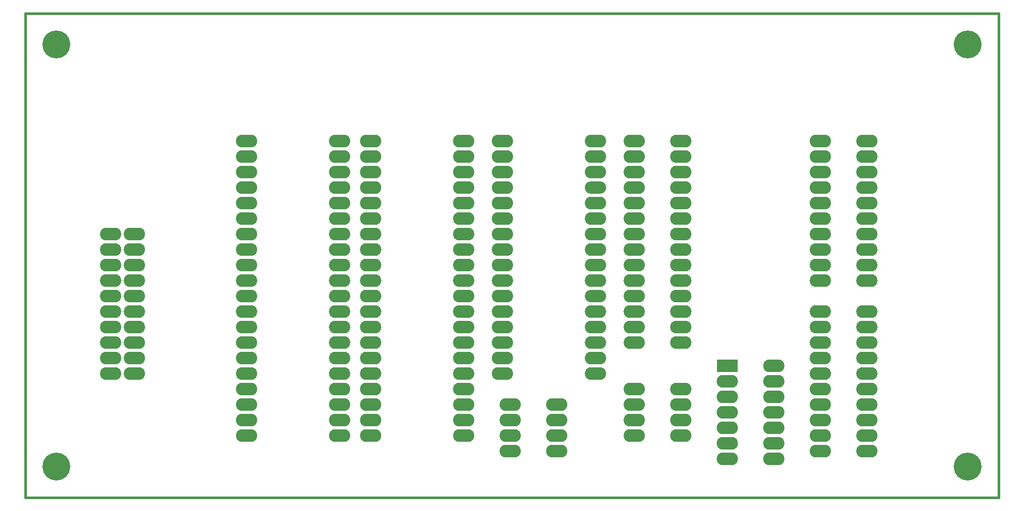
<source format=gts>
G04 (created by PCBNEW-RS274X (2012-apr-16-27)-stable) date Ned 20 Lis 2013 22:46:23*
G01*
G70*
G90*
%MOIN*%
G04 Gerber Fmt 3.4, Leading zero omitted, Abs format*
%FSLAX34Y34*%
G04 APERTURE LIST*
%ADD10C,0.006000*%
%ADD11C,0.015000*%
%ADD12O,0.138100X0.083000*%
%ADD13O,0.138100X0.079100*%
%ADD14R,0.138100X0.083000*%
%ADD15C,0.180000*%
G04 APERTURE END LIST*
G54D10*
G54D11*
X30000Y-24750D02*
X30000Y-56000D01*
X92750Y-24750D02*
X30000Y-24750D01*
X92750Y-56000D02*
X92750Y-24750D01*
X30000Y-56000D02*
X92750Y-56000D01*
G54D12*
X69250Y-34000D03*
X69250Y-35000D03*
X69250Y-36000D03*
X69250Y-37000D03*
X69250Y-38000D03*
X69250Y-39000D03*
X69250Y-40000D03*
X69250Y-41000D03*
X69250Y-42000D03*
X69250Y-43000D03*
X69250Y-44000D03*
X69250Y-45000D03*
X69250Y-46000D03*
X69250Y-33000D03*
X72250Y-46000D03*
X72250Y-45000D03*
X72250Y-44000D03*
X72250Y-43000D03*
X72250Y-42000D03*
X72250Y-41000D03*
X72250Y-40000D03*
X72250Y-39000D03*
X72250Y-38000D03*
X72250Y-37000D03*
X72250Y-36000D03*
X72250Y-35000D03*
X72250Y-34000D03*
X72250Y-33000D03*
X37006Y-48000D03*
X35494Y-48000D03*
X37006Y-47000D03*
X35494Y-47000D03*
X37006Y-46000D03*
X35494Y-46000D03*
X37006Y-45000D03*
X35494Y-45000D03*
X37006Y-44000D03*
X35494Y-44000D03*
X37006Y-43000D03*
X35494Y-43000D03*
X37006Y-42000D03*
X35494Y-42000D03*
X37006Y-41000D03*
X35494Y-41000D03*
X37006Y-40000D03*
X35494Y-40000D03*
X37006Y-39000D03*
X35494Y-39000D03*
X44250Y-33000D03*
X44250Y-34000D03*
X44250Y-35000D03*
X44250Y-36000D03*
X44250Y-37000D03*
X44250Y-38000D03*
X44250Y-39000D03*
X44250Y-40000D03*
X44250Y-41000D03*
X44250Y-42000D03*
X44250Y-43000D03*
X44250Y-44000D03*
X44250Y-45000D03*
X44250Y-46000D03*
X44250Y-47000D03*
X44250Y-48000D03*
X44250Y-49000D03*
X44250Y-50000D03*
X44250Y-51000D03*
X44250Y-52000D03*
X50250Y-52000D03*
X50250Y-51000D03*
X50250Y-50000D03*
X50250Y-49000D03*
X50250Y-48000D03*
X50250Y-47000D03*
X50250Y-46000D03*
X50250Y-45000D03*
X50250Y-44000D03*
X50250Y-43000D03*
X50250Y-42000D03*
X50250Y-41000D03*
X50250Y-40000D03*
X50250Y-39000D03*
X50250Y-38000D03*
X50250Y-37000D03*
X50250Y-36000D03*
X50250Y-35000D03*
X50250Y-34000D03*
X50250Y-33000D03*
X52250Y-33000D03*
X52250Y-34000D03*
X52250Y-35000D03*
X52250Y-36000D03*
X52250Y-37000D03*
X52250Y-38000D03*
X52250Y-39000D03*
X52250Y-40000D03*
X52250Y-41000D03*
X52250Y-42000D03*
X52250Y-43000D03*
X52250Y-44000D03*
X52250Y-45000D03*
X52250Y-46000D03*
X52250Y-47000D03*
X52250Y-48000D03*
X52250Y-49000D03*
X52250Y-50000D03*
X52250Y-51000D03*
X52250Y-52000D03*
X58250Y-52000D03*
X58250Y-51000D03*
X58250Y-50000D03*
X58250Y-49000D03*
X58250Y-48000D03*
X58250Y-47000D03*
X58250Y-46000D03*
X58250Y-45000D03*
X58250Y-44000D03*
X58250Y-43000D03*
X58250Y-42000D03*
X58250Y-41000D03*
X58250Y-40000D03*
X58250Y-39000D03*
X58250Y-38000D03*
X58250Y-37000D03*
X58250Y-36000D03*
X58250Y-35000D03*
X58250Y-34000D03*
X58250Y-33000D03*
X81250Y-33000D03*
X81250Y-34000D03*
X81250Y-35000D03*
X81250Y-36000D03*
X81250Y-37000D03*
X81250Y-38000D03*
X81250Y-39000D03*
X81250Y-40000D03*
X81250Y-41000D03*
X81250Y-42000D03*
X84250Y-42000D03*
X84250Y-41000D03*
X84250Y-40000D03*
X84250Y-39000D03*
X84250Y-38000D03*
X84250Y-37000D03*
X84250Y-36000D03*
X84250Y-35000D03*
X84250Y-34000D03*
X84250Y-33000D03*
X81250Y-44000D03*
X81250Y-45000D03*
X81250Y-46000D03*
X81250Y-47000D03*
X81250Y-48000D03*
X81250Y-49000D03*
X81250Y-50000D03*
X81250Y-51000D03*
X81250Y-52000D03*
X81250Y-53000D03*
X84250Y-53000D03*
X84250Y-52000D03*
X84250Y-51000D03*
X84250Y-50000D03*
X84250Y-49000D03*
X84250Y-48000D03*
X84250Y-47000D03*
X84250Y-46000D03*
X84250Y-45000D03*
X84250Y-44000D03*
X69250Y-49000D03*
X69250Y-50000D03*
X69250Y-51000D03*
X69250Y-52000D03*
X72250Y-52000D03*
X72250Y-51000D03*
X72250Y-50000D03*
X72250Y-49000D03*
X61250Y-50000D03*
X61250Y-51000D03*
X61250Y-52000D03*
X61250Y-53000D03*
X64250Y-53000D03*
X64250Y-52000D03*
X64250Y-51000D03*
X64250Y-50000D03*
X60750Y-33000D03*
X60750Y-34000D03*
X60750Y-35000D03*
X60750Y-36000D03*
X60750Y-37000D03*
X60750Y-38000D03*
X60750Y-39000D03*
X60750Y-40000D03*
X60750Y-41000D03*
X60750Y-42000D03*
X60750Y-43000D03*
X60750Y-44000D03*
X60750Y-45000D03*
X60750Y-46000D03*
X60750Y-47000D03*
X60750Y-48000D03*
X66750Y-48000D03*
X66750Y-47000D03*
X66750Y-46000D03*
X66750Y-45000D03*
X66750Y-44000D03*
G54D13*
X66750Y-43000D03*
G54D12*
X66750Y-42000D03*
X66750Y-41000D03*
X66750Y-40000D03*
X66750Y-39000D03*
X66750Y-38000D03*
X66750Y-37000D03*
G54D13*
X66750Y-36000D03*
G54D12*
X66750Y-35000D03*
X66750Y-34000D03*
X66750Y-33000D03*
G54D14*
X75250Y-47500D03*
G54D12*
X75250Y-48500D03*
X75250Y-49500D03*
X75250Y-50500D03*
X75250Y-51500D03*
X75250Y-52500D03*
X75250Y-53500D03*
X78250Y-53500D03*
X78250Y-52500D03*
X78250Y-51500D03*
X78250Y-50500D03*
X78250Y-49500D03*
X78250Y-48500D03*
X78250Y-47500D03*
G54D15*
X32000Y-26750D03*
X90750Y-26750D03*
X90750Y-54000D03*
X32000Y-54000D03*
M02*

</source>
